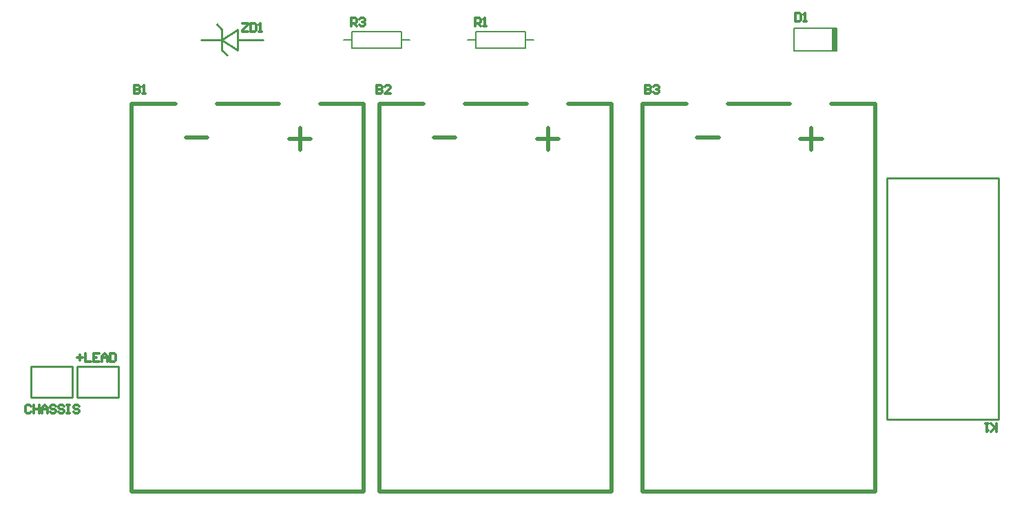
<source format=gto>
%FSLAX25Y25*%
%MOIN*%
G70*
G01*
G75*
G04 Layer_Color=65535*
%ADD10C,0.04000*%
%ADD11C,0.02500*%
%ADD12C,0.04500*%
%ADD13C,0.03000*%
%ADD14C,0.03500*%
%ADD15C,0.13000*%
%ADD16R,0.11811X0.11811*%
%ADD17C,0.11811*%
%ADD18C,0.15000*%
%ADD19C,0.12000*%
%ADD20C,0.06000*%
%ADD21C,0.07284*%
%ADD22R,0.07284X0.07284*%
%ADD23C,0.07500*%
%ADD24C,0.07087*%
%ADD25C,0.06800*%
%ADD26C,0.07000*%
%ADD27R,0.07874X0.07874*%
%ADD28C,0.07874*%
%ADD29C,0.01000*%
%ADD30C,0.02000*%
%ADD31C,0.00787*%
%ADD32C,0.01200*%
%ADD33R,0.03150X0.11024*%
D29*
X27500Y52500D02*
Y67500D01*
X7500Y52500D02*
Y67500D01*
Y52500D02*
X27500D01*
X7500Y67500D02*
X27500D01*
X30000Y52500D02*
Y67500D01*
X50000Y52500D02*
Y67500D01*
X30000D02*
X50000D01*
X30000Y52500D02*
X50000D01*
X107500Y221000D02*
Y231000D01*
Y226000D02*
X120000D01*
X100000Y221000D02*
Y231000D01*
X90000Y226000D02*
X100000D01*
X97500Y233500D02*
X100000Y231000D01*
Y221000D02*
X102500Y218500D01*
X100000Y226000D02*
X107500Y231000D01*
X100000Y226000D02*
X107500Y221000D01*
X422000Y42000D02*
X476000D01*
X422000Y159000D02*
X476000D01*
Y42000D02*
Y159000D01*
X422000Y42000D02*
Y159000D01*
D30*
X97500Y195000D02*
X127500D01*
X147500D02*
X168750D01*
X56250D02*
X77500D01*
X56250Y6800D02*
X168750D01*
Y195000D01*
X56250Y6800D02*
Y195000D01*
X176250Y6800D02*
Y195000D01*
X288750Y6800D02*
Y195000D01*
X176250Y6800D02*
X288750D01*
X176250Y195000D02*
X197500D01*
X267500D02*
X288750D01*
X217500D02*
X247500D01*
X345000D02*
X375000D01*
X395000D02*
X416250D01*
X303750D02*
X325000D01*
X303750Y6800D02*
X416250D01*
Y195000D01*
X303750Y6800D02*
Y195000D01*
X132500Y177898D02*
X143030D01*
X137765Y183162D02*
Y172633D01*
X82500Y178530D02*
X93030D01*
X202500D02*
X213030D01*
X252500Y177898D02*
X263030D01*
X257765Y183162D02*
Y172633D01*
X380000Y177898D02*
X390530D01*
X385265Y183162D02*
Y172633D01*
X330000Y178530D02*
X340530D01*
D31*
X187000Y226000D02*
X191000D01*
X159000D02*
X163000D01*
Y222000D02*
X187000D01*
Y230000D01*
X163000D02*
X187000D01*
X163000Y222000D02*
Y230000D01*
X219000Y226000D02*
X223000D01*
X247000D02*
X251000D01*
X223000Y230000D02*
X247000D01*
X223000Y222000D02*
Y230000D01*
Y222000D02*
X247000D01*
Y230000D01*
X376766Y220488D02*
X397632D01*
X376766Y231512D02*
X397632D01*
X376766Y220488D02*
Y231512D01*
D32*
X7666Y48332D02*
X6999Y48999D01*
X5666D01*
X5000Y48332D01*
Y45666D01*
X5666Y45000D01*
X6999D01*
X7666Y45666D01*
X8999Y48999D02*
Y45000D01*
Y46999D01*
X11665D01*
Y48999D01*
Y45000D01*
X12997D02*
Y47666D01*
X14330Y48999D01*
X15663Y47666D01*
Y45000D01*
Y46999D01*
X12997D01*
X19662Y48332D02*
X18995Y48999D01*
X17663D01*
X16996Y48332D01*
Y47666D01*
X17663Y46999D01*
X18995D01*
X19662Y46333D01*
Y45666D01*
X18995Y45000D01*
X17663D01*
X16996Y45666D01*
X23661Y48332D02*
X22994Y48999D01*
X21661D01*
X20995Y48332D01*
Y47666D01*
X21661Y46999D01*
X22994D01*
X23661Y46333D01*
Y45666D01*
X22994Y45000D01*
X21661D01*
X20995Y45666D01*
X24994Y48999D02*
X26326D01*
X25660D01*
Y45000D01*
X24994D01*
X26326D01*
X30992Y48332D02*
X30325Y48999D01*
X28992D01*
X28326Y48332D01*
Y47666D01*
X28992Y46999D01*
X30325D01*
X30992Y46333D01*
Y45666D01*
X30325Y45000D01*
X28992D01*
X28326Y45666D01*
X30000Y71999D02*
X32666D01*
X31333Y73332D02*
Y70666D01*
X33999Y73999D02*
Y70000D01*
X36665D01*
X40663Y73999D02*
X37997D01*
Y70000D01*
X40663D01*
X37997Y71999D02*
X39330D01*
X41996Y70000D02*
Y72666D01*
X43329Y73999D01*
X44662Y72666D01*
Y70000D01*
Y71999D01*
X41996D01*
X45995Y73999D02*
Y70000D01*
X47994D01*
X48661Y70666D01*
Y73332D01*
X47994Y73999D01*
X45995D01*
X305000Y203999D02*
Y200000D01*
X306999D01*
X307666Y200666D01*
Y201333D01*
X306999Y201999D01*
X305000D01*
X306999D01*
X307666Y202666D01*
Y203332D01*
X306999Y203999D01*
X305000D01*
X308999Y203332D02*
X309665Y203999D01*
X310998D01*
X311665Y203332D01*
Y202666D01*
X310998Y201999D01*
X310332D01*
X310998D01*
X311665Y201333D01*
Y200666D01*
X310998Y200000D01*
X309665D01*
X308999Y200666D01*
X175000Y203999D02*
Y200000D01*
X176999D01*
X177666Y200666D01*
Y201333D01*
X176999Y201999D01*
X175000D01*
X176999D01*
X177666Y202666D01*
Y203332D01*
X176999Y203999D01*
X175000D01*
X181665Y200000D02*
X178999D01*
X181665Y202666D01*
Y203332D01*
X180998Y203999D01*
X179665D01*
X178999Y203332D01*
X57500Y203999D02*
Y200000D01*
X59499D01*
X60166Y200666D01*
Y201333D01*
X59499Y201999D01*
X57500D01*
X59499D01*
X60166Y202666D01*
Y203332D01*
X59499Y203999D01*
X57500D01*
X61499Y200000D02*
X62832D01*
X62165D01*
Y203999D01*
X61499Y203332D01*
X377500Y238999D02*
Y235000D01*
X379499D01*
X380166Y235666D01*
Y238332D01*
X379499Y238999D01*
X377500D01*
X381499Y235000D02*
X382832D01*
X382165D01*
Y238999D01*
X381499Y238332D01*
X222500Y232500D02*
Y236499D01*
X224499D01*
X225166Y235832D01*
Y234499D01*
X224499Y233833D01*
X222500D01*
X223833D02*
X225166Y232500D01*
X226499D02*
X227832D01*
X227165D01*
Y236499D01*
X226499Y235832D01*
X162500Y232500D02*
Y236499D01*
X164499D01*
X165166Y235832D01*
Y234499D01*
X164499Y233833D01*
X162500D01*
X163833D02*
X165166Y232500D01*
X166499Y235832D02*
X167165Y236499D01*
X168498D01*
X169165Y235832D01*
Y235166D01*
X168498Y234499D01*
X167832D01*
X168498D01*
X169165Y233833D01*
Y233166D01*
X168498Y232500D01*
X167165D01*
X166499Y233166D01*
X475000Y36001D02*
Y40000D01*
Y38667D01*
X472334Y36001D01*
X474334Y38001D01*
X472334Y40000D01*
X471001D02*
X469668D01*
X470335D01*
Y36001D01*
X471001Y36668D01*
X110000Y233999D02*
X112666D01*
Y233332D01*
X110000Y230666D01*
Y230000D01*
X112666D01*
X113999Y233999D02*
Y230000D01*
X115998D01*
X116665Y230666D01*
Y233332D01*
X115998Y233999D01*
X113999D01*
X117997Y230000D02*
X119330D01*
X118664D01*
Y233999D01*
X117997Y233332D01*
D33*
X396450Y225976D02*
D03*
M02*

</source>
